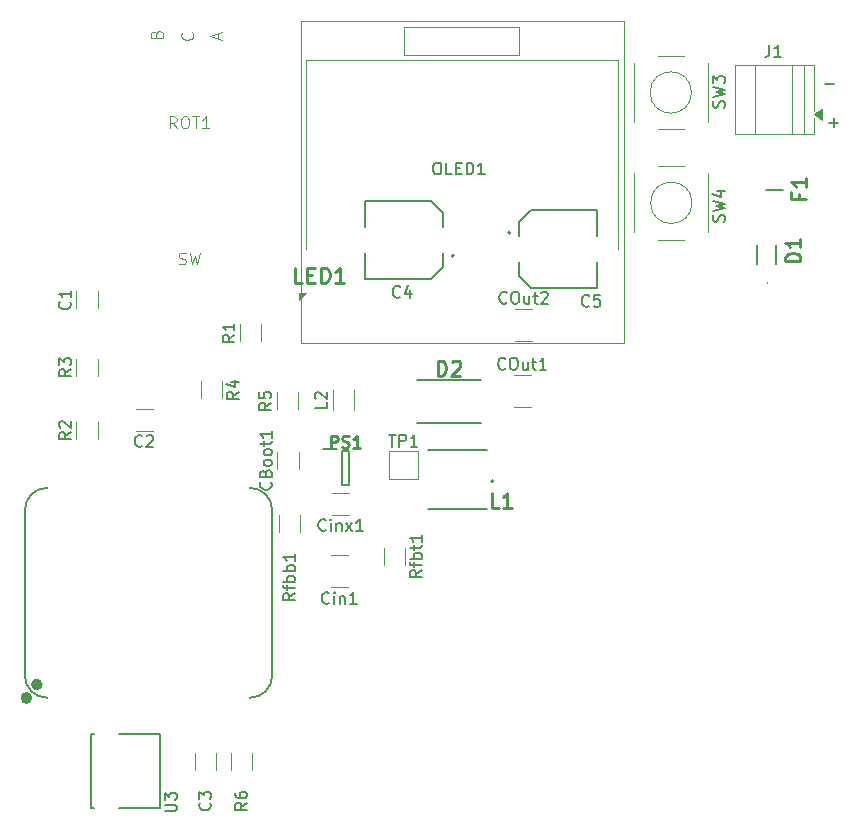
<source format=gbr>
%TF.GenerationSoftware,KiCad,Pcbnew,9.0.6*%
%TF.CreationDate,2026-01-26T19:42:09+01:00*%
%TF.ProjectId,hw,68772e6b-6963-4616-945f-706362585858,rev?*%
%TF.SameCoordinates,Original*%
%TF.FileFunction,Legend,Top*%
%TF.FilePolarity,Positive*%
%FSLAX46Y46*%
G04 Gerber Fmt 4.6, Leading zero omitted, Abs format (unit mm)*
G04 Created by KiCad (PCBNEW 9.0.6) date 2026-01-26 19:42:09*
%MOMM*%
%LPD*%
G01*
G04 APERTURE LIST*
%ADD10C,0.150000*%
%ADD11C,0.250000*%
%ADD12C,0.254000*%
%ADD13C,0.100000*%
%ADD14C,0.120000*%
%ADD15C,0.127000*%
%ADD16C,0.504000*%
%ADD17C,0.200000*%
%ADD18C,0.152400*%
G04 APERTURE END LIST*
D10*
X185502779Y-60702866D02*
X186264684Y-60702866D01*
X185883779Y-64004866D02*
X186645684Y-64004866D01*
X186264731Y-64385819D02*
X186264731Y-63623914D01*
X152617428Y-67376819D02*
X152807904Y-67376819D01*
X152807904Y-67376819D02*
X152903142Y-67424438D01*
X152903142Y-67424438D02*
X152998380Y-67519676D01*
X152998380Y-67519676D02*
X153045999Y-67710152D01*
X153045999Y-67710152D02*
X153045999Y-68043485D01*
X153045999Y-68043485D02*
X152998380Y-68233961D01*
X152998380Y-68233961D02*
X152903142Y-68329200D01*
X152903142Y-68329200D02*
X152807904Y-68376819D01*
X152807904Y-68376819D02*
X152617428Y-68376819D01*
X152617428Y-68376819D02*
X152522190Y-68329200D01*
X152522190Y-68329200D02*
X152426952Y-68233961D01*
X152426952Y-68233961D02*
X152379333Y-68043485D01*
X152379333Y-68043485D02*
X152379333Y-67710152D01*
X152379333Y-67710152D02*
X152426952Y-67519676D01*
X152426952Y-67519676D02*
X152522190Y-67424438D01*
X152522190Y-67424438D02*
X152617428Y-67376819D01*
X153950761Y-68376819D02*
X153474571Y-68376819D01*
X153474571Y-68376819D02*
X153474571Y-67376819D01*
X154284095Y-67853009D02*
X154617428Y-67853009D01*
X154760285Y-68376819D02*
X154284095Y-68376819D01*
X154284095Y-68376819D02*
X154284095Y-67376819D01*
X154284095Y-67376819D02*
X154760285Y-67376819D01*
X155188857Y-68376819D02*
X155188857Y-67376819D01*
X155188857Y-67376819D02*
X155426952Y-67376819D01*
X155426952Y-67376819D02*
X155569809Y-67424438D01*
X155569809Y-67424438D02*
X155665047Y-67519676D01*
X155665047Y-67519676D02*
X155712666Y-67614914D01*
X155712666Y-67614914D02*
X155760285Y-67805390D01*
X155760285Y-67805390D02*
X155760285Y-67948247D01*
X155760285Y-67948247D02*
X155712666Y-68138723D01*
X155712666Y-68138723D02*
X155665047Y-68233961D01*
X155665047Y-68233961D02*
X155569809Y-68329200D01*
X155569809Y-68329200D02*
X155426952Y-68376819D01*
X155426952Y-68376819D02*
X155188857Y-68376819D01*
X156712666Y-68376819D02*
X156141238Y-68376819D01*
X156426952Y-68376819D02*
X156426952Y-67376819D01*
X156426952Y-67376819D02*
X156331714Y-67519676D01*
X156331714Y-67519676D02*
X156236476Y-67614914D01*
X156236476Y-67614914D02*
X156141238Y-67662533D01*
X165568333Y-79480580D02*
X165520714Y-79528200D01*
X165520714Y-79528200D02*
X165377857Y-79575819D01*
X165377857Y-79575819D02*
X165282619Y-79575819D01*
X165282619Y-79575819D02*
X165139762Y-79528200D01*
X165139762Y-79528200D02*
X165044524Y-79432961D01*
X165044524Y-79432961D02*
X164996905Y-79337723D01*
X164996905Y-79337723D02*
X164949286Y-79147247D01*
X164949286Y-79147247D02*
X164949286Y-79004390D01*
X164949286Y-79004390D02*
X164996905Y-78813914D01*
X164996905Y-78813914D02*
X165044524Y-78718676D01*
X165044524Y-78718676D02*
X165139762Y-78623438D01*
X165139762Y-78623438D02*
X165282619Y-78575819D01*
X165282619Y-78575819D02*
X165377857Y-78575819D01*
X165377857Y-78575819D02*
X165520714Y-78623438D01*
X165520714Y-78623438D02*
X165568333Y-78671057D01*
X166473095Y-78575819D02*
X165996905Y-78575819D01*
X165996905Y-78575819D02*
X165949286Y-79052009D01*
X165949286Y-79052009D02*
X165996905Y-79004390D01*
X165996905Y-79004390D02*
X166092143Y-78956771D01*
X166092143Y-78956771D02*
X166330238Y-78956771D01*
X166330238Y-78956771D02*
X166425476Y-79004390D01*
X166425476Y-79004390D02*
X166473095Y-79052009D01*
X166473095Y-79052009D02*
X166520714Y-79147247D01*
X166520714Y-79147247D02*
X166520714Y-79385342D01*
X166520714Y-79385342D02*
X166473095Y-79480580D01*
X166473095Y-79480580D02*
X166425476Y-79528200D01*
X166425476Y-79528200D02*
X166330238Y-79575819D01*
X166330238Y-79575819D02*
X166092143Y-79575819D01*
X166092143Y-79575819D02*
X165996905Y-79528200D01*
X165996905Y-79528200D02*
X165949286Y-79480580D01*
D11*
X143692714Y-91508619D02*
X143692714Y-90508619D01*
X143692714Y-90508619D02*
X144073666Y-90508619D01*
X144073666Y-90508619D02*
X144168904Y-90556238D01*
X144168904Y-90556238D02*
X144216523Y-90603857D01*
X144216523Y-90603857D02*
X144264142Y-90699095D01*
X144264142Y-90699095D02*
X144264142Y-90841952D01*
X144264142Y-90841952D02*
X144216523Y-90937190D01*
X144216523Y-90937190D02*
X144168904Y-90984809D01*
X144168904Y-90984809D02*
X144073666Y-91032428D01*
X144073666Y-91032428D02*
X143692714Y-91032428D01*
X144645095Y-91461000D02*
X144787952Y-91508619D01*
X144787952Y-91508619D02*
X145026047Y-91508619D01*
X145026047Y-91508619D02*
X145121285Y-91461000D01*
X145121285Y-91461000D02*
X145168904Y-91413380D01*
X145168904Y-91413380D02*
X145216523Y-91318142D01*
X145216523Y-91318142D02*
X145216523Y-91222904D01*
X145216523Y-91222904D02*
X145168904Y-91127666D01*
X145168904Y-91127666D02*
X145121285Y-91080047D01*
X145121285Y-91080047D02*
X145026047Y-91032428D01*
X145026047Y-91032428D02*
X144835571Y-90984809D01*
X144835571Y-90984809D02*
X144740333Y-90937190D01*
X144740333Y-90937190D02*
X144692714Y-90889571D01*
X144692714Y-90889571D02*
X144645095Y-90794333D01*
X144645095Y-90794333D02*
X144645095Y-90699095D01*
X144645095Y-90699095D02*
X144692714Y-90603857D01*
X144692714Y-90603857D02*
X144740333Y-90556238D01*
X144740333Y-90556238D02*
X144835571Y-90508619D01*
X144835571Y-90508619D02*
X145073666Y-90508619D01*
X145073666Y-90508619D02*
X145216523Y-90556238D01*
X146168904Y-91508619D02*
X145597476Y-91508619D01*
X145883190Y-91508619D02*
X145883190Y-90508619D01*
X145883190Y-90508619D02*
X145787952Y-90651476D01*
X145787952Y-90651476D02*
X145692714Y-90746714D01*
X145692714Y-90746714D02*
X145597476Y-90794333D01*
D10*
X135888819Y-86780666D02*
X135412628Y-87113999D01*
X135888819Y-87352094D02*
X134888819Y-87352094D01*
X134888819Y-87352094D02*
X134888819Y-86971142D01*
X134888819Y-86971142D02*
X134936438Y-86875904D01*
X134936438Y-86875904D02*
X134984057Y-86828285D01*
X134984057Y-86828285D02*
X135079295Y-86780666D01*
X135079295Y-86780666D02*
X135222152Y-86780666D01*
X135222152Y-86780666D02*
X135317390Y-86828285D01*
X135317390Y-86828285D02*
X135365009Y-86875904D01*
X135365009Y-86875904D02*
X135412628Y-86971142D01*
X135412628Y-86971142D02*
X135412628Y-87352094D01*
X135222152Y-85923523D02*
X135888819Y-85923523D01*
X134841200Y-86161618D02*
X135555485Y-86399713D01*
X135555485Y-86399713D02*
X135555485Y-85780666D01*
X133455580Y-121578666D02*
X133503200Y-121626285D01*
X133503200Y-121626285D02*
X133550819Y-121769142D01*
X133550819Y-121769142D02*
X133550819Y-121864380D01*
X133550819Y-121864380D02*
X133503200Y-122007237D01*
X133503200Y-122007237D02*
X133407961Y-122102475D01*
X133407961Y-122102475D02*
X133312723Y-122150094D01*
X133312723Y-122150094D02*
X133122247Y-122197713D01*
X133122247Y-122197713D02*
X132979390Y-122197713D01*
X132979390Y-122197713D02*
X132788914Y-122150094D01*
X132788914Y-122150094D02*
X132693676Y-122102475D01*
X132693676Y-122102475D02*
X132598438Y-122007237D01*
X132598438Y-122007237D02*
X132550819Y-121864380D01*
X132550819Y-121864380D02*
X132550819Y-121769142D01*
X132550819Y-121769142D02*
X132598438Y-121626285D01*
X132598438Y-121626285D02*
X132646057Y-121578666D01*
X132550819Y-121245332D02*
X132550819Y-120626285D01*
X132550819Y-120626285D02*
X132931771Y-120959618D01*
X132931771Y-120959618D02*
X132931771Y-120816761D01*
X132931771Y-120816761D02*
X132979390Y-120721523D01*
X132979390Y-120721523D02*
X133027009Y-120673904D01*
X133027009Y-120673904D02*
X133122247Y-120626285D01*
X133122247Y-120626285D02*
X133360342Y-120626285D01*
X133360342Y-120626285D02*
X133455580Y-120673904D01*
X133455580Y-120673904D02*
X133503200Y-120721523D01*
X133503200Y-120721523D02*
X133550819Y-120816761D01*
X133550819Y-120816761D02*
X133550819Y-121102475D01*
X133550819Y-121102475D02*
X133503200Y-121197713D01*
X133503200Y-121197713D02*
X133455580Y-121245332D01*
X127722333Y-91363580D02*
X127674714Y-91411200D01*
X127674714Y-91411200D02*
X127531857Y-91458819D01*
X127531857Y-91458819D02*
X127436619Y-91458819D01*
X127436619Y-91458819D02*
X127293762Y-91411200D01*
X127293762Y-91411200D02*
X127198524Y-91315961D01*
X127198524Y-91315961D02*
X127150905Y-91220723D01*
X127150905Y-91220723D02*
X127103286Y-91030247D01*
X127103286Y-91030247D02*
X127103286Y-90887390D01*
X127103286Y-90887390D02*
X127150905Y-90696914D01*
X127150905Y-90696914D02*
X127198524Y-90601676D01*
X127198524Y-90601676D02*
X127293762Y-90506438D01*
X127293762Y-90506438D02*
X127436619Y-90458819D01*
X127436619Y-90458819D02*
X127531857Y-90458819D01*
X127531857Y-90458819D02*
X127674714Y-90506438D01*
X127674714Y-90506438D02*
X127722333Y-90554057D01*
X128103286Y-90554057D02*
X128150905Y-90506438D01*
X128150905Y-90506438D02*
X128246143Y-90458819D01*
X128246143Y-90458819D02*
X128484238Y-90458819D01*
X128484238Y-90458819D02*
X128579476Y-90506438D01*
X128579476Y-90506438D02*
X128627095Y-90554057D01*
X128627095Y-90554057D02*
X128674714Y-90649295D01*
X128674714Y-90649295D02*
X128674714Y-90744533D01*
X128674714Y-90744533D02*
X128627095Y-90887390D01*
X128627095Y-90887390D02*
X128055667Y-91458819D01*
X128055667Y-91458819D02*
X128674714Y-91458819D01*
X143541857Y-104640580D02*
X143494238Y-104688200D01*
X143494238Y-104688200D02*
X143351381Y-104735819D01*
X143351381Y-104735819D02*
X143256143Y-104735819D01*
X143256143Y-104735819D02*
X143113286Y-104688200D01*
X143113286Y-104688200D02*
X143018048Y-104592961D01*
X143018048Y-104592961D02*
X142970429Y-104497723D01*
X142970429Y-104497723D02*
X142922810Y-104307247D01*
X142922810Y-104307247D02*
X142922810Y-104164390D01*
X142922810Y-104164390D02*
X142970429Y-103973914D01*
X142970429Y-103973914D02*
X143018048Y-103878676D01*
X143018048Y-103878676D02*
X143113286Y-103783438D01*
X143113286Y-103783438D02*
X143256143Y-103735819D01*
X143256143Y-103735819D02*
X143351381Y-103735819D01*
X143351381Y-103735819D02*
X143494238Y-103783438D01*
X143494238Y-103783438D02*
X143541857Y-103831057D01*
X143970429Y-104735819D02*
X143970429Y-104069152D01*
X143970429Y-103735819D02*
X143922810Y-103783438D01*
X143922810Y-103783438D02*
X143970429Y-103831057D01*
X143970429Y-103831057D02*
X144018048Y-103783438D01*
X144018048Y-103783438D02*
X143970429Y-103735819D01*
X143970429Y-103735819D02*
X143970429Y-103831057D01*
X144446619Y-104069152D02*
X144446619Y-104735819D01*
X144446619Y-104164390D02*
X144494238Y-104116771D01*
X144494238Y-104116771D02*
X144589476Y-104069152D01*
X144589476Y-104069152D02*
X144732333Y-104069152D01*
X144732333Y-104069152D02*
X144827571Y-104116771D01*
X144827571Y-104116771D02*
X144875190Y-104212009D01*
X144875190Y-104212009D02*
X144875190Y-104735819D01*
X145875190Y-104735819D02*
X145303762Y-104735819D01*
X145589476Y-104735819D02*
X145589476Y-103735819D01*
X145589476Y-103735819D02*
X145494238Y-103878676D01*
X145494238Y-103878676D02*
X145399000Y-103973914D01*
X145399000Y-103973914D02*
X145303762Y-104021533D01*
X121687819Y-84875666D02*
X121211628Y-85208999D01*
X121687819Y-85447094D02*
X120687819Y-85447094D01*
X120687819Y-85447094D02*
X120687819Y-85066142D01*
X120687819Y-85066142D02*
X120735438Y-84970904D01*
X120735438Y-84970904D02*
X120783057Y-84923285D01*
X120783057Y-84923285D02*
X120878295Y-84875666D01*
X120878295Y-84875666D02*
X121021152Y-84875666D01*
X121021152Y-84875666D02*
X121116390Y-84923285D01*
X121116390Y-84923285D02*
X121164009Y-84970904D01*
X121164009Y-84970904D02*
X121211628Y-85066142D01*
X121211628Y-85066142D02*
X121211628Y-85447094D01*
X120687819Y-84542332D02*
X120687819Y-83923285D01*
X120687819Y-83923285D02*
X121068771Y-84256618D01*
X121068771Y-84256618D02*
X121068771Y-84113761D01*
X121068771Y-84113761D02*
X121116390Y-84018523D01*
X121116390Y-84018523D02*
X121164009Y-83970904D01*
X121164009Y-83970904D02*
X121259247Y-83923285D01*
X121259247Y-83923285D02*
X121497342Y-83923285D01*
X121497342Y-83923285D02*
X121592580Y-83970904D01*
X121592580Y-83970904D02*
X121640200Y-84018523D01*
X121640200Y-84018523D02*
X121687819Y-84113761D01*
X121687819Y-84113761D02*
X121687819Y-84399475D01*
X121687819Y-84399475D02*
X121640200Y-84494713D01*
X121640200Y-84494713D02*
X121592580Y-84542332D01*
X121572580Y-79160666D02*
X121620200Y-79208285D01*
X121620200Y-79208285D02*
X121667819Y-79351142D01*
X121667819Y-79351142D02*
X121667819Y-79446380D01*
X121667819Y-79446380D02*
X121620200Y-79589237D01*
X121620200Y-79589237D02*
X121524961Y-79684475D01*
X121524961Y-79684475D02*
X121429723Y-79732094D01*
X121429723Y-79732094D02*
X121239247Y-79779713D01*
X121239247Y-79779713D02*
X121096390Y-79779713D01*
X121096390Y-79779713D02*
X120905914Y-79732094D01*
X120905914Y-79732094D02*
X120810676Y-79684475D01*
X120810676Y-79684475D02*
X120715438Y-79589237D01*
X120715438Y-79589237D02*
X120667819Y-79446380D01*
X120667819Y-79446380D02*
X120667819Y-79351142D01*
X120667819Y-79351142D02*
X120715438Y-79208285D01*
X120715438Y-79208285D02*
X120763057Y-79160666D01*
X121667819Y-78208285D02*
X121667819Y-78779713D01*
X121667819Y-78493999D02*
X120667819Y-78493999D01*
X120667819Y-78493999D02*
X120810676Y-78589237D01*
X120810676Y-78589237D02*
X120905914Y-78684475D01*
X120905914Y-78684475D02*
X120953533Y-78779713D01*
X138628819Y-87714666D02*
X138152628Y-88047999D01*
X138628819Y-88286094D02*
X137628819Y-88286094D01*
X137628819Y-88286094D02*
X137628819Y-87905142D01*
X137628819Y-87905142D02*
X137676438Y-87809904D01*
X137676438Y-87809904D02*
X137724057Y-87762285D01*
X137724057Y-87762285D02*
X137819295Y-87714666D01*
X137819295Y-87714666D02*
X137962152Y-87714666D01*
X137962152Y-87714666D02*
X138057390Y-87762285D01*
X138057390Y-87762285D02*
X138105009Y-87809904D01*
X138105009Y-87809904D02*
X138152628Y-87905142D01*
X138152628Y-87905142D02*
X138152628Y-88286094D01*
X137628819Y-86809904D02*
X137628819Y-87286094D01*
X137628819Y-87286094D02*
X138105009Y-87333713D01*
X138105009Y-87333713D02*
X138057390Y-87286094D01*
X138057390Y-87286094D02*
X138009771Y-87190856D01*
X138009771Y-87190856D02*
X138009771Y-86952761D01*
X138009771Y-86952761D02*
X138057390Y-86857523D01*
X138057390Y-86857523D02*
X138105009Y-86809904D01*
X138105009Y-86809904D02*
X138200247Y-86762285D01*
X138200247Y-86762285D02*
X138438342Y-86762285D01*
X138438342Y-86762285D02*
X138533580Y-86809904D01*
X138533580Y-86809904D02*
X138581200Y-86857523D01*
X138581200Y-86857523D02*
X138628819Y-86952761D01*
X138628819Y-86952761D02*
X138628819Y-87190856D01*
X138628819Y-87190856D02*
X138581200Y-87286094D01*
X138581200Y-87286094D02*
X138533580Y-87333713D01*
X176987200Y-62719332D02*
X177034819Y-62576475D01*
X177034819Y-62576475D02*
X177034819Y-62338380D01*
X177034819Y-62338380D02*
X176987200Y-62243142D01*
X176987200Y-62243142D02*
X176939580Y-62195523D01*
X176939580Y-62195523D02*
X176844342Y-62147904D01*
X176844342Y-62147904D02*
X176749104Y-62147904D01*
X176749104Y-62147904D02*
X176653866Y-62195523D01*
X176653866Y-62195523D02*
X176606247Y-62243142D01*
X176606247Y-62243142D02*
X176558628Y-62338380D01*
X176558628Y-62338380D02*
X176511009Y-62528856D01*
X176511009Y-62528856D02*
X176463390Y-62624094D01*
X176463390Y-62624094D02*
X176415771Y-62671713D01*
X176415771Y-62671713D02*
X176320533Y-62719332D01*
X176320533Y-62719332D02*
X176225295Y-62719332D01*
X176225295Y-62719332D02*
X176130057Y-62671713D01*
X176130057Y-62671713D02*
X176082438Y-62624094D01*
X176082438Y-62624094D02*
X176034819Y-62528856D01*
X176034819Y-62528856D02*
X176034819Y-62290761D01*
X176034819Y-62290761D02*
X176082438Y-62147904D01*
X176034819Y-61814570D02*
X177034819Y-61576475D01*
X177034819Y-61576475D02*
X176320533Y-61385999D01*
X176320533Y-61385999D02*
X177034819Y-61195523D01*
X177034819Y-61195523D02*
X176034819Y-60957428D01*
X176034819Y-60671713D02*
X176034819Y-60052666D01*
X176034819Y-60052666D02*
X176415771Y-60385999D01*
X176415771Y-60385999D02*
X176415771Y-60243142D01*
X176415771Y-60243142D02*
X176463390Y-60147904D01*
X176463390Y-60147904D02*
X176511009Y-60100285D01*
X176511009Y-60100285D02*
X176606247Y-60052666D01*
X176606247Y-60052666D02*
X176844342Y-60052666D01*
X176844342Y-60052666D02*
X176939580Y-60100285D01*
X176939580Y-60100285D02*
X176987200Y-60147904D01*
X176987200Y-60147904D02*
X177034819Y-60243142D01*
X177034819Y-60243142D02*
X177034819Y-60528856D01*
X177034819Y-60528856D02*
X176987200Y-60624094D01*
X176987200Y-60624094D02*
X176939580Y-60671713D01*
D12*
X157903333Y-96586318D02*
X157298571Y-96586318D01*
X157298571Y-96586318D02*
X157298571Y-95316318D01*
X158991905Y-96586318D02*
X158266190Y-96586318D01*
X158629047Y-96586318D02*
X158629047Y-95316318D01*
X158629047Y-95316318D02*
X158508095Y-95497746D01*
X158508095Y-95497746D02*
X158387143Y-95618699D01*
X158387143Y-95618699D02*
X158266190Y-95679175D01*
D10*
X180818666Y-57411819D02*
X180818666Y-58126104D01*
X180818666Y-58126104D02*
X180771047Y-58268961D01*
X180771047Y-58268961D02*
X180675809Y-58364200D01*
X180675809Y-58364200D02*
X180532952Y-58411819D01*
X180532952Y-58411819D02*
X180437714Y-58411819D01*
X181818666Y-58411819D02*
X181247238Y-58411819D01*
X181532952Y-58411819D02*
X181532952Y-57411819D01*
X181532952Y-57411819D02*
X181437714Y-57554676D01*
X181437714Y-57554676D02*
X181342476Y-57649914D01*
X181342476Y-57649914D02*
X181247238Y-57697533D01*
X143334819Y-87669666D02*
X143334819Y-88145856D01*
X143334819Y-88145856D02*
X142334819Y-88145856D01*
X142430057Y-87383951D02*
X142382438Y-87336332D01*
X142382438Y-87336332D02*
X142334819Y-87241094D01*
X142334819Y-87241094D02*
X142334819Y-87002999D01*
X142334819Y-87002999D02*
X142382438Y-86907761D01*
X142382438Y-86907761D02*
X142430057Y-86860142D01*
X142430057Y-86860142D02*
X142525295Y-86812523D01*
X142525295Y-86812523D02*
X142620533Y-86812523D01*
X142620533Y-86812523D02*
X142763390Y-86860142D01*
X142763390Y-86860142D02*
X143334819Y-87431570D01*
X143334819Y-87431570D02*
X143334819Y-86812523D01*
X151382819Y-101901476D02*
X150906628Y-102234809D01*
X151382819Y-102472904D02*
X150382819Y-102472904D01*
X150382819Y-102472904D02*
X150382819Y-102091952D01*
X150382819Y-102091952D02*
X150430438Y-101996714D01*
X150430438Y-101996714D02*
X150478057Y-101949095D01*
X150478057Y-101949095D02*
X150573295Y-101901476D01*
X150573295Y-101901476D02*
X150716152Y-101901476D01*
X150716152Y-101901476D02*
X150811390Y-101949095D01*
X150811390Y-101949095D02*
X150859009Y-101996714D01*
X150859009Y-101996714D02*
X150906628Y-102091952D01*
X150906628Y-102091952D02*
X150906628Y-102472904D01*
X150716152Y-101615761D02*
X150716152Y-101234809D01*
X151382819Y-101472904D02*
X150525676Y-101472904D01*
X150525676Y-101472904D02*
X150430438Y-101425285D01*
X150430438Y-101425285D02*
X150382819Y-101330047D01*
X150382819Y-101330047D02*
X150382819Y-101234809D01*
X151382819Y-100901475D02*
X150382819Y-100901475D01*
X150763771Y-100901475D02*
X150716152Y-100806237D01*
X150716152Y-100806237D02*
X150716152Y-100615761D01*
X150716152Y-100615761D02*
X150763771Y-100520523D01*
X150763771Y-100520523D02*
X150811390Y-100472904D01*
X150811390Y-100472904D02*
X150906628Y-100425285D01*
X150906628Y-100425285D02*
X151192342Y-100425285D01*
X151192342Y-100425285D02*
X151287580Y-100472904D01*
X151287580Y-100472904D02*
X151335200Y-100520523D01*
X151335200Y-100520523D02*
X151382819Y-100615761D01*
X151382819Y-100615761D02*
X151382819Y-100806237D01*
X151382819Y-100806237D02*
X151335200Y-100901475D01*
X150716152Y-100139570D02*
X150716152Y-99758618D01*
X150382819Y-99996713D02*
X151239961Y-99996713D01*
X151239961Y-99996713D02*
X151335200Y-99949094D01*
X151335200Y-99949094D02*
X151382819Y-99853856D01*
X151382819Y-99853856D02*
X151382819Y-99758618D01*
X151382819Y-98901475D02*
X151382819Y-99472903D01*
X151382819Y-99187189D02*
X150382819Y-99187189D01*
X150382819Y-99187189D02*
X150525676Y-99282427D01*
X150525676Y-99282427D02*
X150620914Y-99377665D01*
X150620914Y-99377665D02*
X150668533Y-99472903D01*
X136598819Y-121578666D02*
X136122628Y-121911999D01*
X136598819Y-122150094D02*
X135598819Y-122150094D01*
X135598819Y-122150094D02*
X135598819Y-121769142D01*
X135598819Y-121769142D02*
X135646438Y-121673904D01*
X135646438Y-121673904D02*
X135694057Y-121626285D01*
X135694057Y-121626285D02*
X135789295Y-121578666D01*
X135789295Y-121578666D02*
X135932152Y-121578666D01*
X135932152Y-121578666D02*
X136027390Y-121626285D01*
X136027390Y-121626285D02*
X136075009Y-121673904D01*
X136075009Y-121673904D02*
X136122628Y-121769142D01*
X136122628Y-121769142D02*
X136122628Y-122150094D01*
X135598819Y-120721523D02*
X135598819Y-120911999D01*
X135598819Y-120911999D02*
X135646438Y-121007237D01*
X135646438Y-121007237D02*
X135694057Y-121054856D01*
X135694057Y-121054856D02*
X135836914Y-121150094D01*
X135836914Y-121150094D02*
X136027390Y-121197713D01*
X136027390Y-121197713D02*
X136408342Y-121197713D01*
X136408342Y-121197713D02*
X136503580Y-121150094D01*
X136503580Y-121150094D02*
X136551200Y-121102475D01*
X136551200Y-121102475D02*
X136598819Y-121007237D01*
X136598819Y-121007237D02*
X136598819Y-120816761D01*
X136598819Y-120816761D02*
X136551200Y-120721523D01*
X136551200Y-120721523D02*
X136503580Y-120673904D01*
X136503580Y-120673904D02*
X136408342Y-120626285D01*
X136408342Y-120626285D02*
X136170247Y-120626285D01*
X136170247Y-120626285D02*
X136075009Y-120673904D01*
X136075009Y-120673904D02*
X136027390Y-120721523D01*
X136027390Y-120721523D02*
X135979771Y-120816761D01*
X135979771Y-120816761D02*
X135979771Y-121007237D01*
X135979771Y-121007237D02*
X136027390Y-121102475D01*
X136027390Y-121102475D02*
X136075009Y-121150094D01*
X136075009Y-121150094D02*
X136170247Y-121197713D01*
X129629819Y-122300904D02*
X130439342Y-122300904D01*
X130439342Y-122300904D02*
X130534580Y-122253285D01*
X130534580Y-122253285D02*
X130582200Y-122205666D01*
X130582200Y-122205666D02*
X130629819Y-122110428D01*
X130629819Y-122110428D02*
X130629819Y-121919952D01*
X130629819Y-121919952D02*
X130582200Y-121824714D01*
X130582200Y-121824714D02*
X130534580Y-121777095D01*
X130534580Y-121777095D02*
X130439342Y-121729476D01*
X130439342Y-121729476D02*
X129629819Y-121729476D01*
X129629819Y-121348523D02*
X129629819Y-120729476D01*
X129629819Y-120729476D02*
X130010771Y-121062809D01*
X130010771Y-121062809D02*
X130010771Y-120919952D01*
X130010771Y-120919952D02*
X130058390Y-120824714D01*
X130058390Y-120824714D02*
X130106009Y-120777095D01*
X130106009Y-120777095D02*
X130201247Y-120729476D01*
X130201247Y-120729476D02*
X130439342Y-120729476D01*
X130439342Y-120729476D02*
X130534580Y-120777095D01*
X130534580Y-120777095D02*
X130582200Y-120824714D01*
X130582200Y-120824714D02*
X130629819Y-120919952D01*
X130629819Y-120919952D02*
X130629819Y-121205666D01*
X130629819Y-121205666D02*
X130582200Y-121300904D01*
X130582200Y-121300904D02*
X130534580Y-121348523D01*
X158464428Y-84800580D02*
X158416809Y-84848200D01*
X158416809Y-84848200D02*
X158273952Y-84895819D01*
X158273952Y-84895819D02*
X158178714Y-84895819D01*
X158178714Y-84895819D02*
X158035857Y-84848200D01*
X158035857Y-84848200D02*
X157940619Y-84752961D01*
X157940619Y-84752961D02*
X157893000Y-84657723D01*
X157893000Y-84657723D02*
X157845381Y-84467247D01*
X157845381Y-84467247D02*
X157845381Y-84324390D01*
X157845381Y-84324390D02*
X157893000Y-84133914D01*
X157893000Y-84133914D02*
X157940619Y-84038676D01*
X157940619Y-84038676D02*
X158035857Y-83943438D01*
X158035857Y-83943438D02*
X158178714Y-83895819D01*
X158178714Y-83895819D02*
X158273952Y-83895819D01*
X158273952Y-83895819D02*
X158416809Y-83943438D01*
X158416809Y-83943438D02*
X158464428Y-83991057D01*
X159083476Y-83895819D02*
X159273952Y-83895819D01*
X159273952Y-83895819D02*
X159369190Y-83943438D01*
X159369190Y-83943438D02*
X159464428Y-84038676D01*
X159464428Y-84038676D02*
X159512047Y-84229152D01*
X159512047Y-84229152D02*
X159512047Y-84562485D01*
X159512047Y-84562485D02*
X159464428Y-84752961D01*
X159464428Y-84752961D02*
X159369190Y-84848200D01*
X159369190Y-84848200D02*
X159273952Y-84895819D01*
X159273952Y-84895819D02*
X159083476Y-84895819D01*
X159083476Y-84895819D02*
X158988238Y-84848200D01*
X158988238Y-84848200D02*
X158893000Y-84752961D01*
X158893000Y-84752961D02*
X158845381Y-84562485D01*
X158845381Y-84562485D02*
X158845381Y-84229152D01*
X158845381Y-84229152D02*
X158893000Y-84038676D01*
X158893000Y-84038676D02*
X158988238Y-83943438D01*
X158988238Y-83943438D02*
X159083476Y-83895819D01*
X160369190Y-84229152D02*
X160369190Y-84895819D01*
X159940619Y-84229152D02*
X159940619Y-84752961D01*
X159940619Y-84752961D02*
X159988238Y-84848200D01*
X159988238Y-84848200D02*
X160083476Y-84895819D01*
X160083476Y-84895819D02*
X160226333Y-84895819D01*
X160226333Y-84895819D02*
X160321571Y-84848200D01*
X160321571Y-84848200D02*
X160369190Y-84800580D01*
X160702524Y-84229152D02*
X161083476Y-84229152D01*
X160845381Y-83895819D02*
X160845381Y-84752961D01*
X160845381Y-84752961D02*
X160893000Y-84848200D01*
X160893000Y-84848200D02*
X160988238Y-84895819D01*
X160988238Y-84895819D02*
X161083476Y-84895819D01*
X161940619Y-84895819D02*
X161369191Y-84895819D01*
X161654905Y-84895819D02*
X161654905Y-83895819D01*
X161654905Y-83895819D02*
X161559667Y-84038676D01*
X161559667Y-84038676D02*
X161464429Y-84133914D01*
X161464429Y-84133914D02*
X161369191Y-84181533D01*
D12*
X183454318Y-75740381D02*
X182184318Y-75740381D01*
X182184318Y-75740381D02*
X182184318Y-75438000D01*
X182184318Y-75438000D02*
X182244794Y-75256571D01*
X182244794Y-75256571D02*
X182365746Y-75135619D01*
X182365746Y-75135619D02*
X182486699Y-75075142D01*
X182486699Y-75075142D02*
X182728603Y-75014666D01*
X182728603Y-75014666D02*
X182910032Y-75014666D01*
X182910032Y-75014666D02*
X183151937Y-75075142D01*
X183151937Y-75075142D02*
X183272889Y-75135619D01*
X183272889Y-75135619D02*
X183393842Y-75256571D01*
X183393842Y-75256571D02*
X183454318Y-75438000D01*
X183454318Y-75438000D02*
X183454318Y-75740381D01*
X183454318Y-73805142D02*
X183454318Y-74530857D01*
X183454318Y-74168000D02*
X182184318Y-74168000D01*
X182184318Y-74168000D02*
X182365746Y-74288952D01*
X182365746Y-74288952D02*
X182486699Y-74409904D01*
X182486699Y-74409904D02*
X182547175Y-74530857D01*
D10*
X149566333Y-78718580D02*
X149518714Y-78766200D01*
X149518714Y-78766200D02*
X149375857Y-78813819D01*
X149375857Y-78813819D02*
X149280619Y-78813819D01*
X149280619Y-78813819D02*
X149137762Y-78766200D01*
X149137762Y-78766200D02*
X149042524Y-78670961D01*
X149042524Y-78670961D02*
X148994905Y-78575723D01*
X148994905Y-78575723D02*
X148947286Y-78385247D01*
X148947286Y-78385247D02*
X148947286Y-78242390D01*
X148947286Y-78242390D02*
X148994905Y-78051914D01*
X148994905Y-78051914D02*
X149042524Y-77956676D01*
X149042524Y-77956676D02*
X149137762Y-77861438D01*
X149137762Y-77861438D02*
X149280619Y-77813819D01*
X149280619Y-77813819D02*
X149375857Y-77813819D01*
X149375857Y-77813819D02*
X149518714Y-77861438D01*
X149518714Y-77861438D02*
X149566333Y-77909057D01*
X150423476Y-78147152D02*
X150423476Y-78813819D01*
X150185381Y-77766200D02*
X149947286Y-78480485D01*
X149947286Y-78480485D02*
X150566333Y-78480485D01*
X176987200Y-72371332D02*
X177034819Y-72228475D01*
X177034819Y-72228475D02*
X177034819Y-71990380D01*
X177034819Y-71990380D02*
X176987200Y-71895142D01*
X176987200Y-71895142D02*
X176939580Y-71847523D01*
X176939580Y-71847523D02*
X176844342Y-71799904D01*
X176844342Y-71799904D02*
X176749104Y-71799904D01*
X176749104Y-71799904D02*
X176653866Y-71847523D01*
X176653866Y-71847523D02*
X176606247Y-71895142D01*
X176606247Y-71895142D02*
X176558628Y-71990380D01*
X176558628Y-71990380D02*
X176511009Y-72180856D01*
X176511009Y-72180856D02*
X176463390Y-72276094D01*
X176463390Y-72276094D02*
X176415771Y-72323713D01*
X176415771Y-72323713D02*
X176320533Y-72371332D01*
X176320533Y-72371332D02*
X176225295Y-72371332D01*
X176225295Y-72371332D02*
X176130057Y-72323713D01*
X176130057Y-72323713D02*
X176082438Y-72276094D01*
X176082438Y-72276094D02*
X176034819Y-72180856D01*
X176034819Y-72180856D02*
X176034819Y-71942761D01*
X176034819Y-71942761D02*
X176082438Y-71799904D01*
X176034819Y-71466570D02*
X177034819Y-71228475D01*
X177034819Y-71228475D02*
X176320533Y-71037999D01*
X176320533Y-71037999D02*
X177034819Y-70847523D01*
X177034819Y-70847523D02*
X176034819Y-70609428D01*
X176368152Y-69799904D02*
X177034819Y-69799904D01*
X175987200Y-70037999D02*
X176701485Y-70276094D01*
X176701485Y-70276094D02*
X176701485Y-69657047D01*
X148598095Y-90420819D02*
X149169523Y-90420819D01*
X148883809Y-91420819D02*
X148883809Y-90420819D01*
X149502857Y-91420819D02*
X149502857Y-90420819D01*
X149502857Y-90420819D02*
X149883809Y-90420819D01*
X149883809Y-90420819D02*
X149979047Y-90468438D01*
X149979047Y-90468438D02*
X150026666Y-90516057D01*
X150026666Y-90516057D02*
X150074285Y-90611295D01*
X150074285Y-90611295D02*
X150074285Y-90754152D01*
X150074285Y-90754152D02*
X150026666Y-90849390D01*
X150026666Y-90849390D02*
X149979047Y-90897009D01*
X149979047Y-90897009D02*
X149883809Y-90944628D01*
X149883809Y-90944628D02*
X149502857Y-90944628D01*
X151026666Y-91420819D02*
X150455238Y-91420819D01*
X150740952Y-91420819D02*
X150740952Y-90420819D01*
X150740952Y-90420819D02*
X150645714Y-90563676D01*
X150645714Y-90563676D02*
X150550476Y-90658914D01*
X150550476Y-90658914D02*
X150455238Y-90706533D01*
D12*
X141286809Y-77536318D02*
X140682047Y-77536318D01*
X140682047Y-77536318D02*
X140682047Y-76266318D01*
X141710142Y-76871080D02*
X142133476Y-76871080D01*
X142314904Y-77536318D02*
X141710142Y-77536318D01*
X141710142Y-77536318D02*
X141710142Y-76266318D01*
X141710142Y-76266318D02*
X142314904Y-76266318D01*
X142859190Y-77536318D02*
X142859190Y-76266318D01*
X142859190Y-76266318D02*
X143161571Y-76266318D01*
X143161571Y-76266318D02*
X143343000Y-76326794D01*
X143343000Y-76326794D02*
X143463952Y-76447746D01*
X143463952Y-76447746D02*
X143524429Y-76568699D01*
X143524429Y-76568699D02*
X143584905Y-76810603D01*
X143584905Y-76810603D02*
X143584905Y-76992032D01*
X143584905Y-76992032D02*
X143524429Y-77233937D01*
X143524429Y-77233937D02*
X143463952Y-77354889D01*
X143463952Y-77354889D02*
X143343000Y-77475842D01*
X143343000Y-77475842D02*
X143161571Y-77536318D01*
X143161571Y-77536318D02*
X142859190Y-77536318D01*
X144794429Y-77536318D02*
X144068714Y-77536318D01*
X144431571Y-77536318D02*
X144431571Y-76266318D01*
X144431571Y-76266318D02*
X144310619Y-76447746D01*
X144310619Y-76447746D02*
X144189667Y-76568699D01*
X144189667Y-76568699D02*
X144068714Y-76629175D01*
D13*
X130627571Y-64465419D02*
X130294238Y-63989228D01*
X130056143Y-64465419D02*
X130056143Y-63465419D01*
X130056143Y-63465419D02*
X130437095Y-63465419D01*
X130437095Y-63465419D02*
X130532333Y-63513038D01*
X130532333Y-63513038D02*
X130579952Y-63560657D01*
X130579952Y-63560657D02*
X130627571Y-63655895D01*
X130627571Y-63655895D02*
X130627571Y-63798752D01*
X130627571Y-63798752D02*
X130579952Y-63893990D01*
X130579952Y-63893990D02*
X130532333Y-63941609D01*
X130532333Y-63941609D02*
X130437095Y-63989228D01*
X130437095Y-63989228D02*
X130056143Y-63989228D01*
X131246619Y-63465419D02*
X131437095Y-63465419D01*
X131437095Y-63465419D02*
X131532333Y-63513038D01*
X131532333Y-63513038D02*
X131627571Y-63608276D01*
X131627571Y-63608276D02*
X131675190Y-63798752D01*
X131675190Y-63798752D02*
X131675190Y-64132085D01*
X131675190Y-64132085D02*
X131627571Y-64322561D01*
X131627571Y-64322561D02*
X131532333Y-64417800D01*
X131532333Y-64417800D02*
X131437095Y-64465419D01*
X131437095Y-64465419D02*
X131246619Y-64465419D01*
X131246619Y-64465419D02*
X131151381Y-64417800D01*
X131151381Y-64417800D02*
X131056143Y-64322561D01*
X131056143Y-64322561D02*
X131008524Y-64132085D01*
X131008524Y-64132085D02*
X131008524Y-63798752D01*
X131008524Y-63798752D02*
X131056143Y-63608276D01*
X131056143Y-63608276D02*
X131151381Y-63513038D01*
X131151381Y-63513038D02*
X131246619Y-63465419D01*
X131960905Y-63465419D02*
X132532333Y-63465419D01*
X132246619Y-64465419D02*
X132246619Y-63465419D01*
X133389476Y-64465419D02*
X132818048Y-64465419D01*
X133103762Y-64465419D02*
X133103762Y-63465419D01*
X133103762Y-63465419D02*
X133008524Y-63608276D01*
X133008524Y-63608276D02*
X132913286Y-63703514D01*
X132913286Y-63703514D02*
X132818048Y-63751133D01*
X134158704Y-56871734D02*
X134158704Y-56395544D01*
X134444419Y-56966972D02*
X133444419Y-56633639D01*
X133444419Y-56633639D02*
X134444419Y-56300306D01*
X131949180Y-56352687D02*
X131996800Y-56400306D01*
X131996800Y-56400306D02*
X132044419Y-56543163D01*
X132044419Y-56543163D02*
X132044419Y-56638401D01*
X132044419Y-56638401D02*
X131996800Y-56781258D01*
X131996800Y-56781258D02*
X131901561Y-56876496D01*
X131901561Y-56876496D02*
X131806323Y-56924115D01*
X131806323Y-56924115D02*
X131615847Y-56971734D01*
X131615847Y-56971734D02*
X131472990Y-56971734D01*
X131472990Y-56971734D02*
X131282514Y-56924115D01*
X131282514Y-56924115D02*
X131187276Y-56876496D01*
X131187276Y-56876496D02*
X131092038Y-56781258D01*
X131092038Y-56781258D02*
X131044419Y-56638401D01*
X131044419Y-56638401D02*
X131044419Y-56543163D01*
X131044419Y-56543163D02*
X131092038Y-56400306D01*
X131092038Y-56400306D02*
X131139657Y-56352687D01*
X130828265Y-75952800D02*
X130971122Y-76000419D01*
X130971122Y-76000419D02*
X131209217Y-76000419D01*
X131209217Y-76000419D02*
X131304455Y-75952800D01*
X131304455Y-75952800D02*
X131352074Y-75905180D01*
X131352074Y-75905180D02*
X131399693Y-75809942D01*
X131399693Y-75809942D02*
X131399693Y-75714704D01*
X131399693Y-75714704D02*
X131352074Y-75619466D01*
X131352074Y-75619466D02*
X131304455Y-75571847D01*
X131304455Y-75571847D02*
X131209217Y-75524228D01*
X131209217Y-75524228D02*
X131018741Y-75476609D01*
X131018741Y-75476609D02*
X130923503Y-75428990D01*
X130923503Y-75428990D02*
X130875884Y-75381371D01*
X130875884Y-75381371D02*
X130828265Y-75286133D01*
X130828265Y-75286133D02*
X130828265Y-75190895D01*
X130828265Y-75190895D02*
X130875884Y-75095657D01*
X130875884Y-75095657D02*
X130923503Y-75048038D01*
X130923503Y-75048038D02*
X131018741Y-75000419D01*
X131018741Y-75000419D02*
X131256836Y-75000419D01*
X131256836Y-75000419D02*
X131399693Y-75048038D01*
X131733027Y-75000419D02*
X131971122Y-76000419D01*
X131971122Y-76000419D02*
X132161598Y-75286133D01*
X132161598Y-75286133D02*
X132352074Y-76000419D01*
X132352074Y-76000419D02*
X132590170Y-75000419D01*
X128920609Y-56490782D02*
X128968228Y-56347925D01*
X128968228Y-56347925D02*
X129015847Y-56300306D01*
X129015847Y-56300306D02*
X129111085Y-56252687D01*
X129111085Y-56252687D02*
X129253942Y-56252687D01*
X129253942Y-56252687D02*
X129349180Y-56300306D01*
X129349180Y-56300306D02*
X129396800Y-56347925D01*
X129396800Y-56347925D02*
X129444419Y-56443163D01*
X129444419Y-56443163D02*
X129444419Y-56824115D01*
X129444419Y-56824115D02*
X128444419Y-56824115D01*
X128444419Y-56824115D02*
X128444419Y-56490782D01*
X128444419Y-56490782D02*
X128492038Y-56395544D01*
X128492038Y-56395544D02*
X128539657Y-56347925D01*
X128539657Y-56347925D02*
X128634895Y-56300306D01*
X128634895Y-56300306D02*
X128730133Y-56300306D01*
X128730133Y-56300306D02*
X128825371Y-56347925D01*
X128825371Y-56347925D02*
X128872990Y-56395544D01*
X128872990Y-56395544D02*
X128920609Y-56490782D01*
X128920609Y-56490782D02*
X128920609Y-56824115D01*
D10*
X138590580Y-94440143D02*
X138638200Y-94487762D01*
X138638200Y-94487762D02*
X138685819Y-94630619D01*
X138685819Y-94630619D02*
X138685819Y-94725857D01*
X138685819Y-94725857D02*
X138638200Y-94868714D01*
X138638200Y-94868714D02*
X138542961Y-94963952D01*
X138542961Y-94963952D02*
X138447723Y-95011571D01*
X138447723Y-95011571D02*
X138257247Y-95059190D01*
X138257247Y-95059190D02*
X138114390Y-95059190D01*
X138114390Y-95059190D02*
X137923914Y-95011571D01*
X137923914Y-95011571D02*
X137828676Y-94963952D01*
X137828676Y-94963952D02*
X137733438Y-94868714D01*
X137733438Y-94868714D02*
X137685819Y-94725857D01*
X137685819Y-94725857D02*
X137685819Y-94630619D01*
X137685819Y-94630619D02*
X137733438Y-94487762D01*
X137733438Y-94487762D02*
X137781057Y-94440143D01*
X138162009Y-93678238D02*
X138209628Y-93535381D01*
X138209628Y-93535381D02*
X138257247Y-93487762D01*
X138257247Y-93487762D02*
X138352485Y-93440143D01*
X138352485Y-93440143D02*
X138495342Y-93440143D01*
X138495342Y-93440143D02*
X138590580Y-93487762D01*
X138590580Y-93487762D02*
X138638200Y-93535381D01*
X138638200Y-93535381D02*
X138685819Y-93630619D01*
X138685819Y-93630619D02*
X138685819Y-94011571D01*
X138685819Y-94011571D02*
X137685819Y-94011571D01*
X137685819Y-94011571D02*
X137685819Y-93678238D01*
X137685819Y-93678238D02*
X137733438Y-93583000D01*
X137733438Y-93583000D02*
X137781057Y-93535381D01*
X137781057Y-93535381D02*
X137876295Y-93487762D01*
X137876295Y-93487762D02*
X137971533Y-93487762D01*
X137971533Y-93487762D02*
X138066771Y-93535381D01*
X138066771Y-93535381D02*
X138114390Y-93583000D01*
X138114390Y-93583000D02*
X138162009Y-93678238D01*
X138162009Y-93678238D02*
X138162009Y-94011571D01*
X138685819Y-92868714D02*
X138638200Y-92963952D01*
X138638200Y-92963952D02*
X138590580Y-93011571D01*
X138590580Y-93011571D02*
X138495342Y-93059190D01*
X138495342Y-93059190D02*
X138209628Y-93059190D01*
X138209628Y-93059190D02*
X138114390Y-93011571D01*
X138114390Y-93011571D02*
X138066771Y-92963952D01*
X138066771Y-92963952D02*
X138019152Y-92868714D01*
X138019152Y-92868714D02*
X138019152Y-92725857D01*
X138019152Y-92725857D02*
X138066771Y-92630619D01*
X138066771Y-92630619D02*
X138114390Y-92583000D01*
X138114390Y-92583000D02*
X138209628Y-92535381D01*
X138209628Y-92535381D02*
X138495342Y-92535381D01*
X138495342Y-92535381D02*
X138590580Y-92583000D01*
X138590580Y-92583000D02*
X138638200Y-92630619D01*
X138638200Y-92630619D02*
X138685819Y-92725857D01*
X138685819Y-92725857D02*
X138685819Y-92868714D01*
X138685819Y-91963952D02*
X138638200Y-92059190D01*
X138638200Y-92059190D02*
X138590580Y-92106809D01*
X138590580Y-92106809D02*
X138495342Y-92154428D01*
X138495342Y-92154428D02*
X138209628Y-92154428D01*
X138209628Y-92154428D02*
X138114390Y-92106809D01*
X138114390Y-92106809D02*
X138066771Y-92059190D01*
X138066771Y-92059190D02*
X138019152Y-91963952D01*
X138019152Y-91963952D02*
X138019152Y-91821095D01*
X138019152Y-91821095D02*
X138066771Y-91725857D01*
X138066771Y-91725857D02*
X138114390Y-91678238D01*
X138114390Y-91678238D02*
X138209628Y-91630619D01*
X138209628Y-91630619D02*
X138495342Y-91630619D01*
X138495342Y-91630619D02*
X138590580Y-91678238D01*
X138590580Y-91678238D02*
X138638200Y-91725857D01*
X138638200Y-91725857D02*
X138685819Y-91821095D01*
X138685819Y-91821095D02*
X138685819Y-91963952D01*
X138019152Y-91344904D02*
X138019152Y-90963952D01*
X137685819Y-91202047D02*
X138542961Y-91202047D01*
X138542961Y-91202047D02*
X138638200Y-91154428D01*
X138638200Y-91154428D02*
X138685819Y-91059190D01*
X138685819Y-91059190D02*
X138685819Y-90963952D01*
X138685819Y-90106809D02*
X138685819Y-90678237D01*
X138685819Y-90392523D02*
X137685819Y-90392523D01*
X137685819Y-90392523D02*
X137828676Y-90487761D01*
X137828676Y-90487761D02*
X137923914Y-90582999D01*
X137923914Y-90582999D02*
X137971533Y-90678237D01*
D12*
X152732618Y-85410318D02*
X152732618Y-84140318D01*
X152732618Y-84140318D02*
X153034999Y-84140318D01*
X153034999Y-84140318D02*
X153216428Y-84200794D01*
X153216428Y-84200794D02*
X153337380Y-84321746D01*
X153337380Y-84321746D02*
X153397857Y-84442699D01*
X153397857Y-84442699D02*
X153458333Y-84684603D01*
X153458333Y-84684603D02*
X153458333Y-84866032D01*
X153458333Y-84866032D02*
X153397857Y-85107937D01*
X153397857Y-85107937D02*
X153337380Y-85228889D01*
X153337380Y-85228889D02*
X153216428Y-85349842D01*
X153216428Y-85349842D02*
X153034999Y-85410318D01*
X153034999Y-85410318D02*
X152732618Y-85410318D01*
X153942142Y-84261270D02*
X154002618Y-84200794D01*
X154002618Y-84200794D02*
X154123571Y-84140318D01*
X154123571Y-84140318D02*
X154425952Y-84140318D01*
X154425952Y-84140318D02*
X154546904Y-84200794D01*
X154546904Y-84200794D02*
X154607380Y-84261270D01*
X154607380Y-84261270D02*
X154667857Y-84382222D01*
X154667857Y-84382222D02*
X154667857Y-84503175D01*
X154667857Y-84503175D02*
X154607380Y-84684603D01*
X154607380Y-84684603D02*
X153881666Y-85410318D01*
X153881666Y-85410318D02*
X154667857Y-85410318D01*
X183297080Y-70019332D02*
X183297080Y-70442666D01*
X183962318Y-70442666D02*
X182692318Y-70442666D01*
X182692318Y-70442666D02*
X182692318Y-69837904D01*
X183962318Y-68688856D02*
X183962318Y-69414571D01*
X183962318Y-69051714D02*
X182692318Y-69051714D01*
X182692318Y-69051714D02*
X182873746Y-69172666D01*
X182873746Y-69172666D02*
X182994699Y-69293618D01*
X182994699Y-69293618D02*
X183055175Y-69414571D01*
D10*
X158591428Y-79212580D02*
X158543809Y-79260200D01*
X158543809Y-79260200D02*
X158400952Y-79307819D01*
X158400952Y-79307819D02*
X158305714Y-79307819D01*
X158305714Y-79307819D02*
X158162857Y-79260200D01*
X158162857Y-79260200D02*
X158067619Y-79164961D01*
X158067619Y-79164961D02*
X158020000Y-79069723D01*
X158020000Y-79069723D02*
X157972381Y-78879247D01*
X157972381Y-78879247D02*
X157972381Y-78736390D01*
X157972381Y-78736390D02*
X158020000Y-78545914D01*
X158020000Y-78545914D02*
X158067619Y-78450676D01*
X158067619Y-78450676D02*
X158162857Y-78355438D01*
X158162857Y-78355438D02*
X158305714Y-78307819D01*
X158305714Y-78307819D02*
X158400952Y-78307819D01*
X158400952Y-78307819D02*
X158543809Y-78355438D01*
X158543809Y-78355438D02*
X158591428Y-78403057D01*
X159210476Y-78307819D02*
X159400952Y-78307819D01*
X159400952Y-78307819D02*
X159496190Y-78355438D01*
X159496190Y-78355438D02*
X159591428Y-78450676D01*
X159591428Y-78450676D02*
X159639047Y-78641152D01*
X159639047Y-78641152D02*
X159639047Y-78974485D01*
X159639047Y-78974485D02*
X159591428Y-79164961D01*
X159591428Y-79164961D02*
X159496190Y-79260200D01*
X159496190Y-79260200D02*
X159400952Y-79307819D01*
X159400952Y-79307819D02*
X159210476Y-79307819D01*
X159210476Y-79307819D02*
X159115238Y-79260200D01*
X159115238Y-79260200D02*
X159020000Y-79164961D01*
X159020000Y-79164961D02*
X158972381Y-78974485D01*
X158972381Y-78974485D02*
X158972381Y-78641152D01*
X158972381Y-78641152D02*
X159020000Y-78450676D01*
X159020000Y-78450676D02*
X159115238Y-78355438D01*
X159115238Y-78355438D02*
X159210476Y-78307819D01*
X160496190Y-78641152D02*
X160496190Y-79307819D01*
X160067619Y-78641152D02*
X160067619Y-79164961D01*
X160067619Y-79164961D02*
X160115238Y-79260200D01*
X160115238Y-79260200D02*
X160210476Y-79307819D01*
X160210476Y-79307819D02*
X160353333Y-79307819D01*
X160353333Y-79307819D02*
X160448571Y-79260200D01*
X160448571Y-79260200D02*
X160496190Y-79212580D01*
X160829524Y-78641152D02*
X161210476Y-78641152D01*
X160972381Y-78307819D02*
X160972381Y-79164961D01*
X160972381Y-79164961D02*
X161020000Y-79260200D01*
X161020000Y-79260200D02*
X161115238Y-79307819D01*
X161115238Y-79307819D02*
X161210476Y-79307819D01*
X161496191Y-78403057D02*
X161543810Y-78355438D01*
X161543810Y-78355438D02*
X161639048Y-78307819D01*
X161639048Y-78307819D02*
X161877143Y-78307819D01*
X161877143Y-78307819D02*
X161972381Y-78355438D01*
X161972381Y-78355438D02*
X162020000Y-78403057D01*
X162020000Y-78403057D02*
X162067619Y-78498295D01*
X162067619Y-78498295D02*
X162067619Y-78593533D01*
X162067619Y-78593533D02*
X162020000Y-78736390D01*
X162020000Y-78736390D02*
X161448572Y-79307819D01*
X161448572Y-79307819D02*
X162067619Y-79307819D01*
X121687819Y-90209666D02*
X121211628Y-90542999D01*
X121687819Y-90781094D02*
X120687819Y-90781094D01*
X120687819Y-90781094D02*
X120687819Y-90400142D01*
X120687819Y-90400142D02*
X120735438Y-90304904D01*
X120735438Y-90304904D02*
X120783057Y-90257285D01*
X120783057Y-90257285D02*
X120878295Y-90209666D01*
X120878295Y-90209666D02*
X121021152Y-90209666D01*
X121021152Y-90209666D02*
X121116390Y-90257285D01*
X121116390Y-90257285D02*
X121164009Y-90304904D01*
X121164009Y-90304904D02*
X121211628Y-90400142D01*
X121211628Y-90400142D02*
X121211628Y-90781094D01*
X120783057Y-89828713D02*
X120735438Y-89781094D01*
X120735438Y-89781094D02*
X120687819Y-89685856D01*
X120687819Y-89685856D02*
X120687819Y-89447761D01*
X120687819Y-89447761D02*
X120735438Y-89352523D01*
X120735438Y-89352523D02*
X120783057Y-89304904D01*
X120783057Y-89304904D02*
X120878295Y-89257285D01*
X120878295Y-89257285D02*
X120973533Y-89257285D01*
X120973533Y-89257285D02*
X121116390Y-89304904D01*
X121116390Y-89304904D02*
X121687819Y-89876332D01*
X121687819Y-89876332D02*
X121687819Y-89257285D01*
X135530819Y-81954666D02*
X135054628Y-82287999D01*
X135530819Y-82526094D02*
X134530819Y-82526094D01*
X134530819Y-82526094D02*
X134530819Y-82145142D01*
X134530819Y-82145142D02*
X134578438Y-82049904D01*
X134578438Y-82049904D02*
X134626057Y-82002285D01*
X134626057Y-82002285D02*
X134721295Y-81954666D01*
X134721295Y-81954666D02*
X134864152Y-81954666D01*
X134864152Y-81954666D02*
X134959390Y-82002285D01*
X134959390Y-82002285D02*
X135007009Y-82049904D01*
X135007009Y-82049904D02*
X135054628Y-82145142D01*
X135054628Y-82145142D02*
X135054628Y-82526094D01*
X135530819Y-81002285D02*
X135530819Y-81573713D01*
X135530819Y-81287999D02*
X134530819Y-81287999D01*
X134530819Y-81287999D02*
X134673676Y-81383237D01*
X134673676Y-81383237D02*
X134768914Y-81478475D01*
X134768914Y-81478475D02*
X134816533Y-81573713D01*
X143264095Y-98475580D02*
X143216476Y-98523200D01*
X143216476Y-98523200D02*
X143073619Y-98570819D01*
X143073619Y-98570819D02*
X142978381Y-98570819D01*
X142978381Y-98570819D02*
X142835524Y-98523200D01*
X142835524Y-98523200D02*
X142740286Y-98427961D01*
X142740286Y-98427961D02*
X142692667Y-98332723D01*
X142692667Y-98332723D02*
X142645048Y-98142247D01*
X142645048Y-98142247D02*
X142645048Y-97999390D01*
X142645048Y-97999390D02*
X142692667Y-97808914D01*
X142692667Y-97808914D02*
X142740286Y-97713676D01*
X142740286Y-97713676D02*
X142835524Y-97618438D01*
X142835524Y-97618438D02*
X142978381Y-97570819D01*
X142978381Y-97570819D02*
X143073619Y-97570819D01*
X143073619Y-97570819D02*
X143216476Y-97618438D01*
X143216476Y-97618438D02*
X143264095Y-97666057D01*
X143692667Y-98570819D02*
X143692667Y-97904152D01*
X143692667Y-97570819D02*
X143645048Y-97618438D01*
X143645048Y-97618438D02*
X143692667Y-97666057D01*
X143692667Y-97666057D02*
X143740286Y-97618438D01*
X143740286Y-97618438D02*
X143692667Y-97570819D01*
X143692667Y-97570819D02*
X143692667Y-97666057D01*
X144168857Y-97904152D02*
X144168857Y-98570819D01*
X144168857Y-97999390D02*
X144216476Y-97951771D01*
X144216476Y-97951771D02*
X144311714Y-97904152D01*
X144311714Y-97904152D02*
X144454571Y-97904152D01*
X144454571Y-97904152D02*
X144549809Y-97951771D01*
X144549809Y-97951771D02*
X144597428Y-98047009D01*
X144597428Y-98047009D02*
X144597428Y-98570819D01*
X144978381Y-98570819D02*
X145502190Y-97904152D01*
X144978381Y-97904152D02*
X145502190Y-98570819D01*
X146406952Y-98570819D02*
X145835524Y-98570819D01*
X146121238Y-98570819D02*
X146121238Y-97570819D01*
X146121238Y-97570819D02*
X146026000Y-97713676D01*
X146026000Y-97713676D02*
X145930762Y-97808914D01*
X145930762Y-97808914D02*
X145835524Y-97856533D01*
X140662819Y-103846143D02*
X140186628Y-104179476D01*
X140662819Y-104417571D02*
X139662819Y-104417571D01*
X139662819Y-104417571D02*
X139662819Y-104036619D01*
X139662819Y-104036619D02*
X139710438Y-103941381D01*
X139710438Y-103941381D02*
X139758057Y-103893762D01*
X139758057Y-103893762D02*
X139853295Y-103846143D01*
X139853295Y-103846143D02*
X139996152Y-103846143D01*
X139996152Y-103846143D02*
X140091390Y-103893762D01*
X140091390Y-103893762D02*
X140139009Y-103941381D01*
X140139009Y-103941381D02*
X140186628Y-104036619D01*
X140186628Y-104036619D02*
X140186628Y-104417571D01*
X139996152Y-103560428D02*
X139996152Y-103179476D01*
X140662819Y-103417571D02*
X139805676Y-103417571D01*
X139805676Y-103417571D02*
X139710438Y-103369952D01*
X139710438Y-103369952D02*
X139662819Y-103274714D01*
X139662819Y-103274714D02*
X139662819Y-103179476D01*
X140662819Y-102846142D02*
X139662819Y-102846142D01*
X140043771Y-102846142D02*
X139996152Y-102750904D01*
X139996152Y-102750904D02*
X139996152Y-102560428D01*
X139996152Y-102560428D02*
X140043771Y-102465190D01*
X140043771Y-102465190D02*
X140091390Y-102417571D01*
X140091390Y-102417571D02*
X140186628Y-102369952D01*
X140186628Y-102369952D02*
X140472342Y-102369952D01*
X140472342Y-102369952D02*
X140567580Y-102417571D01*
X140567580Y-102417571D02*
X140615200Y-102465190D01*
X140615200Y-102465190D02*
X140662819Y-102560428D01*
X140662819Y-102560428D02*
X140662819Y-102750904D01*
X140662819Y-102750904D02*
X140615200Y-102846142D01*
X140662819Y-101941380D02*
X139662819Y-101941380D01*
X140043771Y-101941380D02*
X139996152Y-101846142D01*
X139996152Y-101846142D02*
X139996152Y-101655666D01*
X139996152Y-101655666D02*
X140043771Y-101560428D01*
X140043771Y-101560428D02*
X140091390Y-101512809D01*
X140091390Y-101512809D02*
X140186628Y-101465190D01*
X140186628Y-101465190D02*
X140472342Y-101465190D01*
X140472342Y-101465190D02*
X140567580Y-101512809D01*
X140567580Y-101512809D02*
X140615200Y-101560428D01*
X140615200Y-101560428D02*
X140662819Y-101655666D01*
X140662819Y-101655666D02*
X140662819Y-101846142D01*
X140662819Y-101846142D02*
X140615200Y-101941380D01*
X140662819Y-100512809D02*
X140662819Y-101084237D01*
X140662819Y-100798523D02*
X139662819Y-100798523D01*
X139662819Y-100798523D02*
X139805676Y-100893761D01*
X139805676Y-100893761D02*
X139900914Y-100988999D01*
X139900914Y-100988999D02*
X139948533Y-101084237D01*
D14*
%TO.C,OLED1*%
X141146000Y-55368000D02*
X168546000Y-55368000D01*
X141146000Y-82668000D02*
X141146000Y-55368000D01*
X141568000Y-58663000D02*
X164668000Y-58663000D01*
X141568000Y-74668000D02*
X141568000Y-58663000D01*
X149847000Y-55857000D02*
X149847000Y-58270000D01*
X149847000Y-55857000D02*
X159626000Y-55857000D01*
X159626000Y-55857000D02*
X159626000Y-58270000D01*
X159626000Y-58270000D02*
X149847000Y-58270000D01*
X164668000Y-58663000D02*
X167754000Y-58663000D01*
X168008000Y-58651000D02*
X167754000Y-58663000D01*
X168008000Y-74668000D02*
X168008000Y-58651000D01*
X168546000Y-55368000D02*
X168546000Y-82668000D01*
X168546000Y-82668000D02*
X141146000Y-82668000D01*
D13*
%TO.C,U1*%
X117779000Y-96819000D02*
X117779000Y-110789000D01*
D15*
X117779000Y-96819000D02*
X117779000Y-110789000D01*
X138734000Y-110789000D02*
X138734000Y-96819000D01*
X117779000Y-96819000D02*
G75*
G02*
X119684000Y-94914000I1905000J0D01*
G01*
X119684000Y-112693999D02*
G75*
G02*
X117779001Y-110789000I1J1905000D01*
G01*
X136829000Y-94914000D02*
G75*
G02*
X138734000Y-96819000I0J-1905000D01*
G01*
X138734000Y-110789000D02*
G75*
G02*
X136829000Y-112694000I-1905001J1D01*
G01*
D16*
X118172000Y-112708000D02*
G75*
G02*
X117668000Y-112708000I-252000J0D01*
G01*
X117668000Y-112708000D02*
G75*
G02*
X118172000Y-112708000I252000J0D01*
G01*
X119052000Y-111565000D02*
G75*
G02*
X118548000Y-111565000I-252000J0D01*
G01*
X118548000Y-111565000D02*
G75*
G02*
X119052000Y-111565000I252000J0D01*
G01*
D15*
%TO.C,C5*%
X159641000Y-72376000D02*
X159641000Y-73556000D01*
X159641000Y-75796000D02*
X159641000Y-76976000D01*
X159641000Y-76976000D02*
X160641000Y-77976000D01*
X160641000Y-71376000D02*
X159641000Y-72376000D01*
X160641000Y-77976000D02*
X166241000Y-77976000D01*
X166241000Y-71376000D02*
X160641000Y-71376000D01*
X166241000Y-73556000D02*
X166241000Y-71376000D01*
X166241000Y-77976000D02*
X166241000Y-75796000D01*
D17*
X158891000Y-73326000D02*
G75*
G02*
X158691000Y-73326000I-100000J0D01*
G01*
X158691000Y-73326000D02*
G75*
G02*
X158891000Y-73326000I100000J0D01*
G01*
%TO.C,PS1*%
X145207000Y-94668000D02*
X144607000Y-94668000D01*
X145207000Y-91768000D02*
X145207000Y-94668000D01*
X144607000Y-94668000D02*
X144607000Y-91768000D01*
X144607000Y-91768000D02*
X145207000Y-91768000D01*
X143057000Y-91618000D02*
X144257000Y-91618000D01*
D14*
%TO.C,R4*%
X132694000Y-85886936D02*
X132694000Y-87341064D01*
X134514000Y-85886936D02*
X134514000Y-87341064D01*
%TO.C,C3*%
X132186000Y-118821252D02*
X132186000Y-117398748D01*
X134006000Y-118821252D02*
X134006000Y-117398748D01*
%TO.C,C2*%
X128600252Y-88244000D02*
X127177748Y-88244000D01*
X128600252Y-90064000D02*
X127177748Y-90064000D01*
%TO.C,Cin1*%
X145110252Y-100621000D02*
X143687748Y-100621000D01*
X145110252Y-103341000D02*
X143687748Y-103341000D01*
%TO.C,R3*%
X122153000Y-85436064D02*
X122153000Y-83981936D01*
X123973000Y-85436064D02*
X123973000Y-83981936D01*
%TO.C,C1*%
X122153000Y-79705252D02*
X122153000Y-78282748D01*
X123973000Y-79705252D02*
X123973000Y-78282748D01*
%TO.C,R5*%
X139094000Y-88275064D02*
X139094000Y-86820936D01*
X140914000Y-88275064D02*
X140914000Y-86820936D01*
%TO.C,SW3*%
X169360000Y-63938000D02*
X169360000Y-58938000D01*
X171380000Y-58318000D02*
X173580000Y-58318000D01*
X173580000Y-64558000D02*
X171380000Y-64558000D01*
X175600000Y-63938000D02*
X175600000Y-58938000D01*
X174230000Y-61438000D02*
G75*
G02*
X170730000Y-61438000I-1750000J0D01*
G01*
X170730000Y-61438000D02*
G75*
G02*
X174230000Y-61438000I1750000J0D01*
G01*
D17*
%TO.C,L1*%
X151922000Y-91734000D02*
X156922000Y-91734000D01*
X156922000Y-96734000D02*
X151922000Y-96734000D01*
X157450000Y-94349000D02*
G75*
G02*
X157252000Y-94349000I-99000J0D01*
G01*
X157252000Y-94349000D02*
G75*
G02*
X157450000Y-94349000I99000J0D01*
G01*
D14*
%TO.C,J1*%
X177903499Y-64936000D02*
X177903500Y-59116000D01*
X177903500Y-59116000D02*
X184643499Y-59116000D01*
X179623500Y-64936001D02*
X179623500Y-59116001D01*
X182723500Y-64936000D02*
X182723499Y-59116001D01*
X183723500Y-64936000D02*
X183723499Y-59116000D01*
X184643499Y-59116000D02*
X184643500Y-62996000D01*
X184643500Y-63596000D02*
X184643500Y-64936000D01*
X184643500Y-64936000D02*
X177903499Y-64936000D01*
X185253500Y-63736000D02*
X184643500Y-63296001D01*
X185253500Y-62856000D01*
X185253500Y-63736000D01*
G36*
X185253500Y-63736000D02*
G01*
X184643500Y-63296001D01*
X185253500Y-62856000D01*
X185253500Y-63736000D01*
G37*
%TO.C,L2*%
X143870000Y-88338242D02*
X143870000Y-86667758D01*
X145690000Y-88338242D02*
X145690000Y-86667758D01*
%TO.C,Rfbt1*%
X148188000Y-99983936D02*
X148188000Y-101438064D01*
X150008000Y-99983936D02*
X150008000Y-101438064D01*
%TO.C,R6*%
X135234000Y-118837064D02*
X135234000Y-117382936D01*
X137054000Y-118837064D02*
X137054000Y-117382936D01*
D18*
%TO.C,U3*%
X123367000Y-115792800D02*
X123367000Y-122041200D01*
X123367000Y-121914200D02*
X123367000Y-115919800D01*
X123367000Y-122041200D02*
X123679980Y-122041200D01*
X123679980Y-115792800D02*
X123367000Y-115792800D01*
X125779980Y-122041200D02*
X129209000Y-122041200D01*
X129209000Y-115792800D02*
X125779980Y-115792800D01*
X129209000Y-122041200D02*
X129209000Y-115792800D01*
D14*
%TO.C,COut1*%
X159181748Y-85381000D02*
X160604252Y-85381000D01*
X159181748Y-88101000D02*
X160604252Y-88101000D01*
D17*
%TO.C,D1*%
X179794000Y-75984000D02*
X179794000Y-74384000D01*
D13*
X180594000Y-77484000D02*
X180594000Y-77484000D01*
X180594000Y-77584000D02*
X180594000Y-77584000D01*
D17*
X181394000Y-75984000D02*
X181394000Y-74384000D01*
D13*
X180594000Y-77484000D02*
G75*
G02*
X180594000Y-77584000I0J-50000D01*
G01*
X180594000Y-77584000D02*
G75*
G02*
X180594000Y-77484000I0J50000D01*
G01*
D15*
%TO.C,C4*%
X146560000Y-70614000D02*
X146560000Y-72794000D01*
X146560000Y-75034000D02*
X146560000Y-77214000D01*
X146560000Y-77214000D02*
X152160000Y-77214000D01*
X152160000Y-70614000D02*
X146560000Y-70614000D01*
X152160000Y-77214000D02*
X153160000Y-76214000D01*
X153160000Y-71614000D02*
X152160000Y-70614000D01*
X153160000Y-72794000D02*
X153160000Y-71614000D01*
X153160000Y-76214000D02*
X153160000Y-75034000D01*
D17*
X154110000Y-75264000D02*
G75*
G02*
X153910000Y-75264000I-100000J0D01*
G01*
X153910000Y-75264000D02*
G75*
G02*
X154110000Y-75264000I100000J0D01*
G01*
D14*
%TO.C,SW4*%
X169396000Y-73284000D02*
X169396000Y-68284000D01*
X171416000Y-67664000D02*
X173616000Y-67664000D01*
X173616000Y-73904000D02*
X171416000Y-73904000D01*
X175636000Y-73284000D02*
X175636000Y-68284000D01*
X174266000Y-70784000D02*
G75*
G02*
X170766000Y-70784000I-1750000J0D01*
G01*
X170766000Y-70784000D02*
G75*
G02*
X174266000Y-70784000I1750000J0D01*
G01*
%TO.C,TP1*%
X148660000Y-91764000D02*
X151060000Y-91764000D01*
X148660000Y-94164000D02*
X148660000Y-91764000D01*
X151060000Y-91764000D02*
X151060000Y-94164000D01*
X151060000Y-94164000D02*
X148660000Y-94164000D01*
D13*
%TO.C,LED1*%
X140994000Y-79037000D02*
X140994000Y-78437000D01*
X141594000Y-78437000D01*
X140994000Y-79037000D01*
G36*
X140994000Y-79037000D02*
G01*
X140994000Y-78437000D01*
X141594000Y-78437000D01*
X140994000Y-79037000D01*
G37*
D14*
%TO.C,CBoot1*%
X139171000Y-93294252D02*
X139171000Y-91871748D01*
X140991000Y-93294252D02*
X140991000Y-91871748D01*
D17*
%TO.C,D2*%
X156370000Y-85820000D02*
X150970000Y-85820000D01*
X150970000Y-89440000D02*
X156370000Y-89440000D01*
%TO.C,F1*%
X180504000Y-69723000D02*
X181954000Y-69723000D01*
D14*
%TO.C,COut2*%
X159308748Y-79793000D02*
X160731252Y-79793000D01*
X159308748Y-82513000D02*
X160731252Y-82513000D01*
%TO.C,R2*%
X122153000Y-90770064D02*
X122153000Y-89315936D01*
X123973000Y-90770064D02*
X123973000Y-89315936D01*
%TO.C,R1*%
X135996000Y-82515064D02*
X135996000Y-81060936D01*
X137816000Y-82515064D02*
X137816000Y-81060936D01*
%TO.C,Cinx1*%
X145237252Y-95356000D02*
X143814748Y-95356000D01*
X145237252Y-97176000D02*
X143814748Y-97176000D01*
%TO.C,Rfbb1*%
X139298000Y-98644064D02*
X139298000Y-97189936D01*
X141118000Y-98644064D02*
X141118000Y-97189936D01*
%TD*%
M02*

</source>
